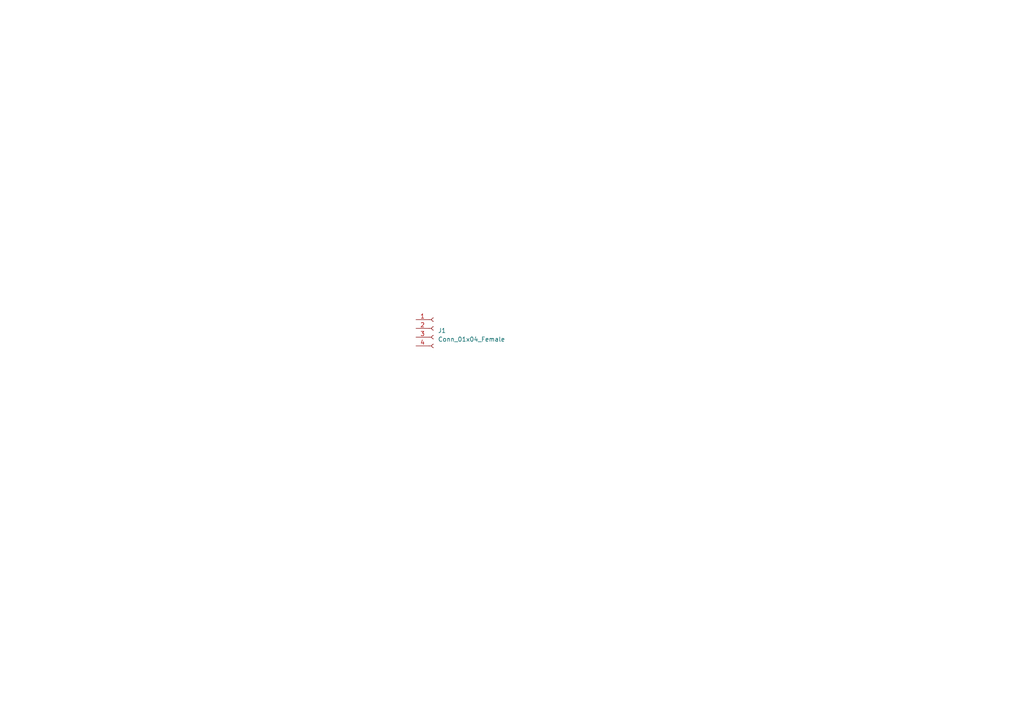
<source format=kicad_sch>
(kicad_sch (version 20230121) (generator eeschema)
  (paper "A4")
  (lib_symbols
    (symbol "Connector:Conn_01x04_Female" (pin_names (offset 1.016) hide)
      (property "Reference" "J" (at 0 5.08 0))
      (property "Value" "Conn_01x04_Female" (at 0 -7.62 0))
      (symbol "Conn_01x04_Female_1_1"
        (arc (start 0 -4.572) (mid -0.5058 -5.08) (end 0 -5.588) (stroke (width 0.1524)))
        (arc (start 0 -2.032) (mid -0.5058 -2.54) (end 0 -3.048) (stroke (width 0.1524)))
        (polyline (pts (xy -1.27 -5.08) (xy -0.508 -5.08)) (stroke (width 0.1524)))
        (polyline (pts (xy -1.27 -2.54) (xy -0.508 -2.54)) (stroke (width 0.1524)))
        (polyline (pts (xy -1.27 0) (xy -0.508 0)) (stroke (width 0.1524)))
        (polyline (pts (xy -1.27 2.54) (xy -0.508 2.54)) (stroke (width 0.1524)))
        (arc (start 0 0.508) (mid -0.5058 0) (end 0 -0.508) (stroke (width 0.1524)))
        (arc (start 0 3.048) (mid -0.5058 2.54) (end 0 2.032) (stroke (width 0.1524)))
        (pin passive line (at -5.08 2.54 0) (length 3.81) (name "Pin_1") (number "1"))
        (pin passive line (at -5.08 0 0) (length 3.81) (name "Pin_2") (number "2"))
        (pin passive line (at -5.08 -2.54 0) (length 3.81) (name "Pin_3") (number "3"))
        (pin passive line (at -5.08 -5.08 0) (length 3.81) (name "Pin_4") (number "4"))
      )
    )
  )
  (symbol (lib_id "Connector:Conn_01x04_Female") (at 125.73 95.25 0) (unit 1)
    (property "Reference" "J1" (at 127 95.885 0) (effects (justify left)))
    (property "Value" "Conn_01x04_Female" (at 127 98.425 0) (effects (justify left)))
    (property "Footprint" "Custom:ATF13-4P-BM0X_1" (effects hide))
  )
)
</source>
